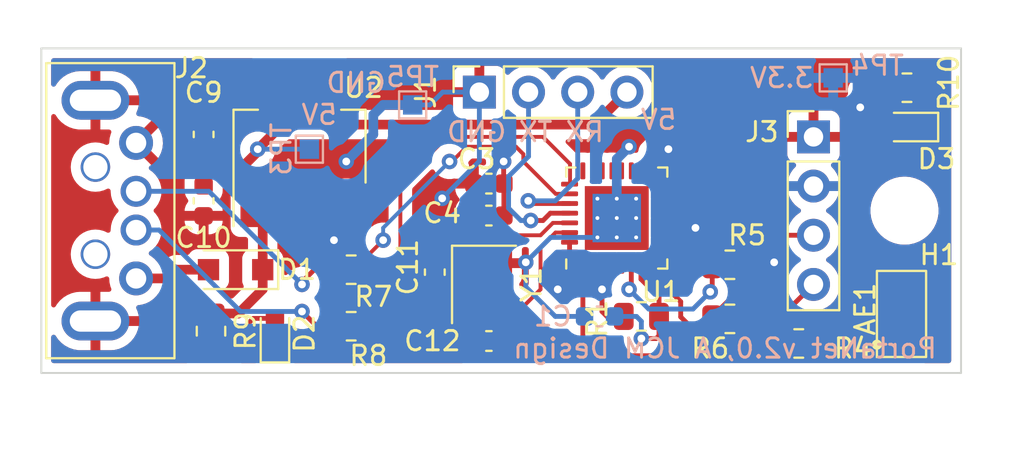
<source format=kicad_pcb>
(kicad_pcb (version 20211014) (generator pcbnew)
  (layers (0 "F.Cu" signal) (31 "B.Cu" signal) (34 "B.Paste" user) (35 "F.Paste" user) (36 "B.SilkS" user "B.Silkscreen") (37 "F.SilkS" user "F.Silkscreen") (38 "B.Mask" user) (39 "F.Mask" user) (44 "Edge.Cuts" user))
  (net 0 "")
  (net 1 "ANT")
  (net 3 "3V3")
  (net 4 "GND")
  (net 5 "5V")
  (net 6 "XTAL_N")
  (net 7 "XTAL_P")
  (net 8 "Net-(D1-Pad2)")
  (net 9 "Net-(D2-Pad2)")
  (net 10 "Net-(D3-Pad2)")
  (net 11 "Net-(J1-Pad2)")
  (net 12 "Net-(J1-Pad3)")
  (net 13 "Net-(J2-Pad2)")
  (net 14 "Net-(J2-Pad3)")
  (net 15 "I2C_SCL")
  (net 16 "I2C_SDA")
  (net 17 "Net-(R1-Pad1)")
  (net 18 "USB_DP")
  (net 19 "USB_DN")
  (net 20 "Net-(R4-Pad2)")
  (footprint "LED_SMD:LED_0603_1608Metric" (layer "F.Cu") (at 166.497 66.802 180)
    (fp_text reference "D3" (at -1.397 -1.651) (layer "F.SilkS"))
    (fp_text value "L196L-QYC-TR")
    (fp_line (start 0.8 -0.735) (end -1.485 -0.735) (layer "F.SilkS") (width 0.12))
    (fp_line (start -1.485 0.735) (end 0.8 0.735) (layer "F.SilkS") (width 0.12))
    (fp_line (start -1.485 -0.735) (end -1.485 0.735) (layer "F.SilkS") (width 0.12))
    (pad "1" smd roundrect (at -0.7875 0 180) (size 0.875 0.95) (layers "F.Cu" "F.Paste" "F.Mask") (net 4 "GND"))
    (pad "2" smd roundrect (at 0.7875 0 180) (size 0.875 0.95) (layers "F.Cu" "F.Paste" "F.Mask") (net 10 "Net-(D3-Pad2)"))
  )
  (footprint "JoesFootprints:ANT3216LL00R2400A" (layer "F.Cu") (at 166.089 78.0415 90)
    (fp_text reference "AE1" (at 1.8415 -1.878 90 unlocked) (layer "F.SilkS"))
    (fp_text value "ANT3216LL00R2400A")
    (fp_rect (start -0.635 -1.27) (end 3.81 1.27) (layer "F.SilkS") (width 0.12) (fill none))
    (fp_circle (center 0 -1.27) (end 0.2 -1.27) (layer "F.SilkS") (width 0.12) (fill solid))
    (pad "1" smd roundrect (at 0 0 180) (size 1.75 0.75) (layers "F.Cu" "F.Paste" "F.Mask") (net 1 "ANT"))
    (pad "2" smd roundrect (at 3.2 0 180) (size 1.75 0.75) (layers "F.Cu" "F.Paste" "F.Mask"))
  )
  (footprint "MountingHole:MountingHole_2.5mm" (layer "F.Cu") (at 166.243 71.12)
    (fp_text reference "H1" (at 1.778 2.286) (layer "F.SilkS"))
    (fp_text value "MountingHole")
    (pad "" np_thru_hole circle (at 0 0) (size 2.5 2.5) (drill 2.5) (layers *.Cu *.Mask))
  )
  (footprint "Resistor_SMD:R_0805_2012Metric" (layer "F.Cu") (at 137.668 74.168)
    (fp_text reference "R7" (at 1.143 1.397) (layer "F.SilkS"))
    (fp_text value "22")
    (fp_line (start -0.227064 -0.735) (end 0.227064 -0.735) (layer "F.SilkS") (width 0.12))
    (fp_line (start -0.227064 0.735) (end 0.227064 0.735) (layer "F.SilkS") (width 0.12))
    (pad "1" smd roundrect (at -0.9125 0) (size 1.025 1.4) (layers "F.Cu" "F.Paste" "F.Mask") (roundrect_rratio 0.243902439) (net 14 "Net-(J2-Pad3)"))
    (pad "2" smd roundrect (at 0.9125 0) (size 1.025 1.4) (layers "F.Cu" "F.Paste" "F.Mask") (roundrect_rratio 0.243902439) (net 18 "USB_DP"))
  )
  (footprint "Capacitor_SMD:C_0603_1608Metric" (layer "F.Cu") (at 144.78 71.374 180)
    (fp_text reference "C4" (at 2.413 0.127) (layer "F.SilkS"))
    (fp_text value "10uF")
    (fp_line (start -0.14058 0.51) (end 0.14058 0.51) (layer "F.SilkS") (width 0.12))
    (fp_line (start -0.14058 -0.51) (end 0.14058 -0.51) (layer "F.SilkS") (width 0.12))
    (pad "1" smd roundrect (at -0.775 0 180) (size 0.9 0.95) (layers "F.Cu" "F.Paste" "F.Mask") (net 3 "3V3"))
    (pad "2" smd roundrect (at 0.775 0 180) (size 0.9 0.95) (layers "F.Cu" "F.Paste" "F.Mask") (net 4 "GND"))
  )
  (footprint "JoesFootprints:Molex_0480370001" (layer "F.Cu") (at 124.46 71.12 -90)
    (fp_text reference "J2" (at -7.366 -4.953 unlocked) (layer "F.SilkS"))
    (fp_text value "Molex 0480370001")
    (fp_line (start -7.62 -4.08) (end -7.62 2.54) (layer "F.SilkS") (width 0.12))
    (fp_line (start 7.62 -4.08) (end -7.62 -4.08) (layer "F.SilkS") (width 0.12))
    (fp_line (start 7.62 2.54) (end 7.62 -4.08) (layer "F.SilkS") (width 0.12))
    (fp_line (start -7.62 2.54) (end 7.62 2.54) (layer "F.SilkS") (width 0.12))
    (pad "" np_thru_hole circle (at -2.25 0 270) (size 1.524 1.524) (drill 1.25) (layers F&B.Cu *.Mask))
    (pad "" np_thru_hole circle (at 2.25 0 270) (size 1.524 1.524) (drill 1.25) (layers F&B.Cu *.Mask))
    (pad "1" thru_hole circle (at 3.5 -2.1 270) (size 1.75 1.75) (drill 1.05) (layers *.Cu *.Mask) (net 8 "Net-(D1-Pad2)"))
    (pad "2" thru_hole circle (at 1 -2.1 270) (size 1.6 1.6) (drill 1.05) (layers *.Cu *.Mask) (net 13 "Net-(J2-Pad2)"))
    (pad "3" thru_hole circle (at -1 -2.1 270) (size 1.6 1.6) (drill 1.05) (layers *.Cu *.Mask) (net 14 "Net-(J2-Pad3)"))
    (pad "4" thru_hole circle (at -3.5 -2.1 270) (size 1.75 1.75) (drill 1.05) (layers *.Cu *.Mask) (net 4 "GND"))
    (pad "5" thru_hole oval (at 5.7 0 270) (size 2 3.5) (drill oval 1.1 2.65) (layers *.Cu *.Mask) (net 4 "GND"))
    (pad "5" thru_hole oval (at -5.7 0 270) (size 2 3.5) (drill oval 1.1 2.65) (layers *.Cu *.Mask) (net 4 "GND"))
  )
  (footprint "Resistor_SMD:R_0805_2012Metric" (layer "F.Cu") (at 137.668 77.089)
    (fp_text reference "R8" (at 0.889 1.524) (layer "F.SilkS"))
    (fp_text value "22")
    (fp_line (start -0.227064 0.735) (end 0.227064 0.735) (layer "F.SilkS") (width 0.12))
    (fp_line (start -0.227064 -0.735) (end 0.227064 -0.735) (layer "F.SilkS") (width 0.12))
    (pad "1" smd roundrect (at -0.9125 0) (size 1.025 1.4) (layers "F.Cu" "F.Paste" "F.Mask") (roundrect_rratio 0.243902439) (net 13 "Net-(J2-Pad2)"))
    (pad "2" smd roundrect (at 0.9125 0) (size 1.025 1.4) (layers "F.Cu" "F.Paste" "F.Mask") (roundrect_rratio 0.243902439) (net 19 "USB_DN"))
  )
  (footprint "Capacitor_SMD:C_0603_1608Metric" (layer "F.Cu") (at 144.78 69.723 180)
    (fp_text reference "C3" (at 0.635 1.27) (layer "F.SilkS"))
    (fp_text value "0.1uF")
    (fp_line (start -0.14058 -0.51) (end 0.14058 -0.51) (layer "F.SilkS") (width 0.12))
    (fp_line (start -0.14058 0.51) (end 0.14058 0.51) (layer "F.SilkS") (width 0.12))
    (pad "1" smd roundrect (at -0.775 0 180) (size 0.9 0.95) (layers "F.Cu" "F.Paste" "F.Mask") (net 3 "3V3"))
    (pad "2" smd roundrect (at 0.775 0 180) (size 0.9 0.95) (layers "F.Cu" "F.Paste" "F.Mask") (net 4 "GND"))
  )
  (footprint "Resistor_SMD:R_0805_2012Metric" (layer "F.Cu") (at 166.37 64.77 180)
    (fp_text reference "R10" (at -2.159 0.254 90) (layer "F.SilkS"))
    (fp_text value "1k")
    (fp_line (start -0.227064 -0.735) (end 0.227064 -0.735) (layer "F.SilkS") (width 0.12))
    (fp_line (start -0.227064 0.735) (end 0.227064 0.735) (layer "F.SilkS") (width 0.12))
    (pad "1" smd roundrect (at -0.9125 0 180) (size 1.025 1.4) (layers "F.Cu" "F.Paste" "F.Mask") (roundrect_rratio 0.243902439) (net 10 "Net-(D3-Pad2)"))
    (pad "2" smd roundrect (at 0.9125 0 180) (size 1.025 1.4) (layers "F.Cu" "F.Paste" "F.Mask") (roundrect_rratio 0.243902439) (net 3 "3V3"))
  )
  (footprint "Resistor_SMD:R_0805_2012Metric" (layer "F.Cu") (at 160.782 77.978 180)
    (fp_text reference "R4" (at -2.794 -0.254) (layer "F.SilkS"))
    (fp_text value "0")
    (fp_line (start -0.227064 -0.735) (end 0.227064 -0.735) (layer "F.SilkS") (width 0.12))
    (fp_line (start -0.227064 0.735) (end 0.227064 0.735) (layer "F.SilkS") (width 0.12))
    (pad "1" smd roundrect (at -0.9125 0 180) (size 1.025 1.4) (layers "F.Cu" "F.Paste" "F.Mask") (roundrect_rratio 0.243902439) (net 1 "ANT"))
    (pad "2" smd roundrect (at 0.9125 0 180) (size 1.025 1.4) (layers "F.Cu" "F.Paste" "F.Mask") (roundrect_rratio 0.243902439) (net 20 "Net-(R4-Pad2)"))
  )
  (footprint "Package_DFN_QFN:QFN-32-1EP_5x5mm_P0.5mm_EP3.3x3.3mm_ThermalVias" (layer "F.Cu") (at 151.384 71.501 90)
    (fp_text reference "U1" (at -3.81 2.286 180) (layer "F.SilkS"))
    (fp_text value "ESP32-C3")
    (fp_line (start 2.61 -2.61) (end 2.61 -2.135) (layer "F.SilkS") (width 0.12))
    (fp_line (start -2.135 -2.61) (end -2.61 -2.61) (layer "F.SilkS") (width 0.12))
    (fp_line (start 2.135 2.61) (end 2.61 2.61) (layer "F.SilkS") (width 0.12))
    (fp_line (start 2.61 2.61) (end 2.61 2.135) (layer "F.SilkS") (width 0.12))
    (fp_line (start -2.135 2.61) (end -2.61 2.61) (layer "F.SilkS") (width 0.12))
    (fp_line (start -2.61 2.61) (end -2.61 2.135) (layer "F.SilkS") (width 0.12))
    (fp_line (start 2.135 -2.61) (end 2.61 -2.61) (layer "F.SilkS") (width 0.12))
    (pad "1" smd roundrect (at -2.4375 -1.75 90) (size 0.875 0.25) (layers "F.Cu" "F.Paste" "F.Mask") (net 20 "Net-(R4-Pad2)"))
    (pad "2" smd roundrect (at -2.4375 -1.25 90) (size 0.875 0.25) (layers "F.Cu" "F.Paste" "F.Mask") (net 3 "3V3"))
    (pad "3" smd roundrect (at -2.4375 -0.75 90) (size 0.875 0.25) (layers "F.Cu" "F.Paste" "F.Mask") (net 3 "3V3"))
    (pad "4" smd roundrect (at -2.4375 -0.25 90) (size 0.875 0.25) (layers "F.Cu" "F.Paste" "F.Mask"))
    (pad "5" smd roundrect (at -2.4375 0.25 90) (size 0.875 0.25) (layers "F.Cu" "F.Paste" "F.Mask"))
    (pad "6" smd roundrect (at -2.4375 0.75 90) (size 0.875 0.25) (layers "F.Cu" "F.Paste" "F.Mask") (net 15 "I2C_SCL"))
    (pad "7" smd roundrect (at -2.4375 1.25 90) (size 0.875 0.25) (layers "F.Cu" "F.Paste" "F.Mask") (net 17 "Net-(R1-Pad1)"))
    (pad "8" smd roundrect (at -2.4375 1.75 90) (size 0.875 0.25) (layers "F.Cu" "F.Paste" "F.Mask") (net 16 "I2C_SDA"))
    (pad "9" smd roundrect (at -1.75 2.4375 90) (size 0.25 0.875) (layers "F.Cu" "F.Paste" "F.Mask"))
    (pad "10" smd roundrect (at -1.25 2.4375 90) (size 0.25 0.875) (layers "F.Cu" "F.Paste" "F.Mask"))
    (pad "11" smd roundrect (at -0.75 2.4375 90) (size 0.25 0.875) (layers "F.Cu" "F.Paste" "F.Mask") (net 3 "3V3"))
    (pad "12" smd roundrect (at -0.25 2.4375 90) (size 0.25 0.875) (layers "F.Cu" "F.Paste" "F.Mask"))
    (pad "13" smd roundrect (at 0.25 2.4375 90) (size 0.25 0.875) (layers "F.Cu" "F.Paste" "F.Mask"))
    (pad "14" smd roundrect (at 0.75 2.4375 90) (size 0.25 0.875) (layers "F.Cu" "F.Paste" "F.Mask"))
    (pad "15" smd roundrect (at 1.25 2.4375 90) (size 0.25 0.875) (layers "F.Cu" "F.Paste" "F.Mask"))
    (pad "16" smd roundrect (at 1.75 2.4375 90) (size 0.25 0.875) (layers "F.Cu" "F.Paste" "F.Mask"))
    (pad "17" smd roundrect (at 2.4375 1.75 90) (size 0.875 0.25) (layers "F.Cu" "F.Paste" "F.Mask") (net 3 "3V3"))
    (pad "18" smd roundrect (at 2.4375 1.25 90) (size 0.875 0.25) (layers "F.Cu" "F.Paste" "F.Mask"))
    (pad "19" smd roundrect (at 2.4375 0.75 90) (size 0.875 0.25) (layers "F.Cu" "F.Paste" "F.Mask"))
    (pad "20" smd roundrect (at 2.4375 0.25 90) (size 0.875 0.25) (layers "F.Cu" "F.Paste" "F.Mask"))
    (pad "21" smd roundrect (at 2.4375 -0.25 90) (size 0.875 0.25) (layers "F.Cu" "F.Paste" "F.Mask"))
    (pad "22" smd roundrect (at 2.4375 -0.75 90) (size 0.875 0.25) (layers "F.Cu" "F.Paste" "F.Mask"))
    (pad "23" smd roundrect (at 2.4375 -1.25 90) (size 0.875 0.25) (layers "F.Cu" "F.Paste" "F.Mask"))
    (pad "24" smd roundrect (at 2.4375 -1.75 90) (size 0.875 0.25) (layers "F.Cu" "F.Paste" "F.Mask"))
    (pad "25" smd roundrect (at 1.75 -2.4375 90) (size 0.25 0.875) (layers "F.Cu" "F.Paste" "F.Mask") (net 19 "USB_DN"))
    (pad "26" smd roundrect (at 1.25 -2.4375 90) (size 0.25 0.875) (layers "F.Cu" "F.Paste" "F.Mask") (net 18 "USB_DP"))
    (pad "27" smd roundrect (at 0.75 -2.4375 90) (size 0.25 0.875) (layers "F.Cu" "F.Paste" "F.Mask") (net 12 "Net-(J1-Pad3)"))
    (pad "28" smd roundrect (at 0.25 -2.4375 90) (size 0.25 0.875) (layers "F.Cu" "F.Paste" "F.Mask") (net 11 "Net-(J1-Pad2)"))
    (pad "29" smd roundrect (at -0.25 -2.4375 90) (size 0.25 0.875) (layers "F.Cu" "F.Paste" "F.Mask") (net 6 "XTAL_N"))
    (pad "30" smd roundrect (at -0.75 -2.4375 90) (size 0.25 0.875) (layers "F.Cu" "F.Paste" "F.Mask") (net 7 "XTAL_P"))
    (pad "31" smd roundrect (at -1.25 -2.4375 90) (size 0.25 0.875) (layers "F.Cu" "F.Paste" "F.Mask") (net 3 "3V3"))
    (pad "32" smd roundrect (at -1.75 -2.4375 90) (size 0.25 0.875) (layers "F.Cu" "F.Paste" "F.Mask") (net 3 "3V3"))
    (pad "33" thru_hole circle (at 0 1 90) (size 0.5 0.5) (drill 0.2) (layers *.Cu) (net 4 "GND"))
    (pad "33" thru_hole circle (at -1 -1 90) (size 0.5 0.5) (drill 0.2) (layers *.Cu) (net 4 "GND"))
    (pad "33" thru_hole circle (at 1 0 90) (size 0.5 0.5) (drill 0.2) (layers *.Cu) (net 4 "GND"))
    (pad "33" thru_hole circle (at 1 1 90) (size 0.5 0.5) (drill 0.2) (layers *.Cu) (net 4 "GND"))
    (pad "33" thru_hole circle (at 0 0 90) (size 0.5 0.5) (drill 0.2) (layers *.Cu) (net 4 "GND"))
    (pad "33" smd rect (at 0 0 90) (size 3.3 3.3) (layers "F.Cu" "F.Mask") (net 4 "GND"))
    (pad "33" thru_hole circle (at -1 1 90) (size 0.5 0.5) (drill 0.2) (layers *.Cu) (net 4 "GND"))
    (pad "33" smd rect (at 0 0 90) (size 2.5 2.5) (layers "B.Cu") (net 4 "GND"))
    (pad "33" thru_hole circle (at -1 0 90) (size 0.5 0.5) (drill 0.2) (layers *.Cu) (net 4 "GND"))
    (pad "33" thru_hole circle (at 1 -1 90) (size 0.5 0.5) (drill 0.2) (layers *.Cu) (net 4 "GND"))
    (pad "33" thru_hole circle (at 0 -1 90) (size 0.5 0.5) (drill 0.2) (layers *.Cu) (net 4 "GND"))
  )
  (footprint "Capacitor_SMD:C_0603_1608Metric" (layer "F.Cu") (at 130.048 70.612 -90)
    (fp_text reference "C10" (at 1.905 0 180) (layer "F.SilkS"))
    (fp_text value "10uF")
    (fp_line (start -0.14058 -0.51) (end 0.14058 -0.51) (layer "F.SilkS") (width 0.12))
    (fp_line (start -0.14058 0.51) (end 0.14058 0.51) (layer "F.SilkS") (width 0.12))
    (pad "1" smd roundrect (at -0.775 0 270) (size 0.9 0.95) (layers "F.Cu" "F.Paste" "F.Mask") (net 5 "5V"))
    (pad "2" smd roundrect (at 0.775 0 270) (size 0.9 0.95) (layers "F.Cu" "F.Paste" "F.Mask") (net 4 "GND"))
  )
  (footprint "Resistor_SMD:R_0805_2012Metric" (layer "F.Cu") (at 157.226 73.914)
    (fp_text reference "R5" (at 0.889 -1.524) (layer "F.SilkS"))
    (fp_text value "4.7k")
    (fp_line (start -0.227064 0.735) (end 0.227064 0.735) (layer "F.SilkS") (width 0.12))
    (fp_line (start -0.227064 -0.735) (end 0.227064 -0.735) (layer "F.SilkS") (width 0.12))
    (pad "1" smd roundrect (at -0.9125 0) (size 1.025 1.4) (layers "F.Cu" "F.Paste" "F.Mask") (roundrect_rratio 0.243902439) (net 15 "I2C_SCL"))
    (pad "2" smd roundrect (at 0.9125 0) (size 1.025 1.4) (layers "F.Cu" "F.Paste" "F.Mask") (roundrect_rratio 0.243902439) (net 3 "3V3"))
  )
  (footprint "LED_SMD:LED_0603_1608Metric" (layer "F.Cu") (at 133.731 77.47 90)
    (fp_text reference "D2" (at 0 1.524 90) (layer "F.SilkS"))
    (fp_text value "L196L-UEC-TR")
    (fp_line (start 0.8 -0.735) (end -1.485 -0.735) (layer "F.SilkS") (width 0.12))
    (fp_line (start -1.485 0.735) (end 0.8 0.735) (layer "F.SilkS") (width 0.12))
    (fp_line (start -1.485 -0.735) (end -1.485 0.735) (layer "F.SilkS") (width 0.12))
    (pad "1" smd roundrect (at -0.7875 0 90) (size 0.875 0.95) (layers "F.Cu" "F.Paste" "F.Mask") (net 4 "GND"))
    (pad "2" smd roundrect (at 0.7875 0 90) (size 0.875 0.95) (layers "F.Cu" "F.Paste" "F.Mask") (net 9 "Net-(D2-Pad2)"))
  )
  (footprint "Connector_PinSocket_2.54mm:PinSocket_1x04_P2.54mm_Vertical" (layer "F.Cu") (at 144.287 64.999 90)
    (fp_text reference "J1" (at 0 -2.77 90) (layer "F.SilkS"))
    (fp_text value "UART")
    (fp_line (start -1.33 1.27) (end 1.33 1.27) (layer "F.SilkS") (width 0.12))
    (fp_line (start 1.33 1.27) (end 1.33 8.95) (layer "F.SilkS") (width 0.12))
    (fp_line (start 0 -1.33) (end 1.33 -1.33) (layer "F.SilkS") (width 0.12))
    (fp_line (start 1.33 -1.33) (end 1.33 0) (layer "F.SilkS") (width 0.12))
    (fp_line (start -1.33 1.27) (end -1.33 8.95) (layer "F.SilkS") (width 0.12))
    (fp_line (start -1.33 8.95) (end 1.33 8.95) (layer "F.SilkS") (width 0.12))
    (pad "1" thru_hole rect (at 0 0 90) (size 1.7 1.7) (drill 1) (layers *.Cu *.Mask) (net 4 "GND"))
    (pad "2" thru_hole oval (at 0 2.54 90) (size 1.7 1.7) (drill 1) (layers *.Cu *.Mask) (net 11 "Net-(J1-Pad2)"))
    (pad "3" thru_hole oval (at 0 5.08 90) (size 1.7 1.7) (drill 1) (layers *.Cu *.Mask) (net 12 "Net-(J1-Pad3)"))
    (pad "4" thru_hole oval (at 0 7.62 90) (size 1.7 1.7) (drill 1) (layers *.Cu *.Mask) (net 5 "5V"))
  )
  (footprint "Package_TO_SOT_SMD:SOT-223-3_TabPin2" (layer "F.Cu") (at 135.001 67.818 90)
    (fp_text reference "U2" (at 3.048 3.302 180) (layer "F.SilkS"))
    (fp_text value "AP2114HA-3.3TRG1")
    (fp_line (start -1.85 3.41) (end 1.91 3.41) (layer "F.SilkS") (width 0.12))
    (fp_line (start 1.91 -3.41) (end 1.91 -2.15) (layer "F.SilkS") (width 0.12))
    (fp_line (start 1.91 3.41) (end 1.91 2.15) (layer "F.SilkS") (width 0.12))
    (fp_line (start -4.1 -3.41) (end 1.91 -3.41) (layer "F.SilkS") (width 0.12))
    (pad "1" smd rect (at -3.15 -2.3 90) (size 2 1.5) (layers "F.Cu" "F.Paste" "F.Mask") (net 5 "5V"))
    (pad "2" smd rect (at -3.15 0 90) (size 2 1.5) (layers "F.Cu" "F.Paste" "F.Mask") (net 4 "GND"))
    (pad "2" smd rect (at 3.15 0 90) (size 2 3.8) (layers "F.Cu" "F.Paste" "F.Mask") (net 4 "GND"))
    (pad "3" smd rect (at -3.15 2.3 90) (size 2 1.5) (layers "F.Cu" "F.Paste" "F.Mask") (net 3 "3V3"))
  )
  (footprint "Resistor_SMD:R_0805_2012Metric" (layer "F.Cu") (at 157.226 76.708 180)
    (fp_text reference "R6" (at 1.016 -1.524 180) (layer "F.SilkS"))
    (fp_text value "4.7k")
    (fp_line (start -0.227064 -0.735) (end 0.227064 -0.735) (layer "F.SilkS") (width 0.12))
    (fp_line (start -0.227064 0.735) (end 0.227064 0.735) (layer "F.SilkS") (width 0.12))
    (pad "1" smd roundrect (at -0.9125 0 180) (size 1.025 1.4) (layers "F.Cu" "F.Paste" "F.Mask") (roundrect_rratio 0.243902439) (net 16 "I2C_SDA"))
    (pad "2" smd roundrect (at 0.9125 0 180) (size 1.025 1.4) (layers "F.Cu" "F.Paste" "F.Mask") (roundrect_rratio 0.243902439) (net 3 "3V3"))
  )
  (footprint "Crystal:Crystal_SMD_3225-4Pin_3.2x2.5mm" (layer "F.Cu") (at 144.526 74.93 -90)
    (fp_text reference "Y1" (at 0 -2.45 90) (layer "F.SilkS"))
    (fp_text value "FL400WFQA1")
    (fp_line (start -2 -1.65) (end -2 1.65) (layer "F.SilkS") (width 0.12))
    (fp_line (start -2 1.65) (end 2 1.65) (layer "F.SilkS") (width 0.12))
    (pad "1" smd rect (at -1.1 0.85 270) (size 1.4 1.2) (layers "F.Cu" "F.Paste" "F.Mask") (net 6 "XTAL_N"))
    (pad "2" smd rect (at 1.1 0.85 270) (size 1.4 1.2) (layers "F.Cu" "F.Paste" "F.Mask") (net 4 "GND"))
    (pad "3" smd rect (at 1.1 -0.85 270) (size 1.4 1.2) (layers "F.Cu" "F.Paste" "F.Mask") (net 7 "XTAL_P"))
    (pad "4" smd rect (at -1.1 -0.85 270) (size 1.4 1.2) (layers "F.Cu" "F.Paste" "F.Mask") (net 4 "GND"))
  )
  (footprint "Capacitor_SMD:C_0603_1608Metric" (layer "F.Cu") (at 144.78 77.851 180)
    (fp_text reference "C12" (at 2.921 0 180) (layer "F.SilkS"))
    (fp_text value "7pF")
    (fp_line (start -0.14058 -0.51) (end 0.14058 -0.51) (layer "F.SilkS") (width 0.12))
    (fp_line (start -0.14058 0.51) (end 0.14058 0.51) (layer "F.SilkS") (width 0.12))
    (pad "1" smd roundrect (at -0.775 0 180) (size 0.9 0.95) (layers "F.Cu" "F.Paste" "F.Mask") (net 7 "XTAL_P"))
    (pad "2" smd roundrect (at 0.775 0 180) (size 0.9 0.95) (layers "F.Cu" "F.Paste" "F.Mask") (net 4 "GND"))
  )
  (footprint "JoesFootprints:OLED_0.91in_i2c" (layer "F.Cu") (at 161.544 67.31)
    (fp_text reference "J3" (at -2.667 -0.254) (layer "F.SilkS"))
    (fp_text value "OLED_PINS")
    (fp_line (start -1.33 8.95) (end 1.33 8.95) (layer "F.SilkS") (width 0.12))
    (fp_line (start -1.33 1.27) (end -1.33 8.95) (layer "F.SilkS") (width 0.12))
    (fp_line (start 1.33 1.27) (end 1.33 8.95) (layer "F.SilkS") (width 0.12))
    (fp_line (start -1.33 1.27) (end 1.33 1.27) (layer "F.SilkS") (width 0.12))
    (fp_line (start -1.33 0) (end -1.33 -1.33) (layer "F.SilkS") (width 0.12))
    (fp_line (start -1.33 -1.33) (end 0 -1.33) (layer "F.SilkS") (width 0.12))
    (pad "1" thru_hole rect (at 0 0) (size 1.7 1.7) (drill 1) (layers *.Cu *.Mask) (net 4 "GND"))
    (pad "2" thru_hole oval (at 0 2.54) (size 1.7 1.7) (drill 1) (layers *.Cu *.Mask) (net 3 "3V3"))
    (pad "3" thru_hole oval (at 0 5.08) (size 1.7 1.7) (drill 1) (layers *.Cu *.Mask) (net 15 "I2C_SCL"))
    (pad "4" thru_hole oval (at 0 7.62) (size 1.7 1.7) (drill 1) (layers *.Cu *.Mask) (net 16 "I2C_SDA"))
  )
  (footprint "Resistor_SMD:R_0805_2012Metric" (layer "F.Cu") (at 130.429 77.343 90)
    (fp_text reference "R9" (at 0 1.778 90) (layer "F.SilkS"))
    (fp_text value "1k")
    (fp_line (start -0.227064 0.735) (end 0.227064 0.735) (layer "F.SilkS") (width 0.12))
    (fp_line (start -0.227064 -0.735) (end 0.227064 -0.735) (layer "F.SilkS") (width 0.12))
    (pad "1" smd roundrect (at -0.9125 0 90) (size 1.025 1.4) (layers "F.Cu" "F.Paste" "F.Mask") (roundrect_rratio 0.243902439) (net 9 "Net-(D2-Pad2)"))
    (pad "2" smd roundrect (at 0.9125 0 90) (size 1.025 1.4) (layers "F.Cu" "F.Paste" "F.Mask") (roundrect_rratio 0.243902439) (net 5 "5V"))
  )
  (footprint "Capacitor_SMD:C_0603_1608Metric" (layer "F.Cu") (at 141.986 74.295 -90)
    (fp_text reference "C11" (at -0.254 1.397 90) (layer "F.SilkS"))
    (fp_text value "7pF")
    (fp_line (start -0.14058 0.51) (end 0.14058 0.51) (layer "F.SilkS") (width 0.12))
    (fp_line (start -0.14058 -0.51) (end 0.14058 -0.51) (layer "F.SilkS") (width 0.12))
    (pad "1" smd roundrect (at -0.775 0 270) (size 0.9 0.95) (layers "F.Cu" "F.Paste" "F.Mask") (net 6 "XTAL_N"))
    (pad "2" smd roundrect (at 0.775 0 270) (size 0.9 0.95) (layers "F.Cu" "F.Paste" "F.Mask") (net 4 "GND"))
  )
  (footprint "Capacitor_SMD:C_0603_1608Metric" (layer "F.Cu") (at 130.048 67.183 90)
    (fp_text reference "C9" (at 2.159 0 180) (layer "F.SilkS"))
    (fp_text value ".1uF")
    (fp_line (start -0.14058 -0.51) (end 0.14058 -0.51) (layer "F.SilkS") (width 0.12))
    (fp_line (start -0.14058 0.51) (end 0.14058 0.51) (layer "F.SilkS") (width 0.12))
    (pad "1" smd roundrect (at -0.775 0 90) (size 0.9 0.95) (layers "F.Cu" "F.Paste" "F.Mask") (net 5 "5V"))
    (pad "2" smd roundrect (at 0.775 0 90) (size 0.9 0.95) (layers "F.Cu" "F.Paste" "F.Mask") (net 4 "GND"))
  )
  (footprint "Diode_SMD:D_SOD-123F" (layer "F.Cu") (at 131.699 74.168 180)
    (fp_text reference "D1" (at -3.175 0) (layer "F.SilkS"))
    (fp_text value "DSS13UTR")
    (fp_line (start -2.2 1) (end 1.65 1) (layer "F.SilkS") (width 0.12))
    (fp_line (start -2.2 -1) (end -2.2 1) (layer "F.SilkS") (width 0.12))
    (fp_line (start -2.2 -1) (end 1.65 -1) (layer "F.SilkS") (width 0.12))
    (pad "1" smd rect (at -1.4 0 180) (size 1.1 1.1) (layers "F.Cu" "F.Paste" "F.Mask") (net 5 "5V"))
    (pad "2" smd rect (at 1.4 0 180) (size 1.1 1.1) (layers "F.Cu" "F.Paste" "F.Mask") (net 8 "Net-(D1-Pad2)"))
  )
  (footprint "Resistor_SMD:R_0805_2012Metric" (layer "F.Cu") (at 152.654 76.581 180)
    (fp_text reference "R1" (at 2.286 -0.127 90) (layer "F.SilkS"))
    (fp_text value "10k")
    (fp_line (start -0.227064 -0.735) (end 0.227064 -0.735) (layer "F.SilkS") (width 0.12))
    (fp_line (start -0.227064 0.735) (end 0.227064 0.735) (layer "F.SilkS") (width 0.12))
    (pad "1" smd roundrect (at -0.9125 0 180) (size 1.025 1.4) (layers "F.Cu" "F.Paste" "F.Mask") (roundrect_rratio 0.243902439) (net 17 "Net-(R1-Pad1)"))
    (pad "2" smd roundrect (at 0.9125 0 180) (size 1.025 1.4) (layers "F.Cu" "F.Paste" "F.Mask") (roundrect_rratio 0.243902439) (net 3 "3V3"))
  )
  (footprint "TestPoint:TestPoint_Pad_1.0x1.0mm" (layer "B.Cu") (at 135.509 67.945 -90)
    (fp_text reference "TP3" (at 0 1.448 -270) (layer "B.SilkS") (effects (justify mirror)))
    (fp_text value "TestPoint")
    (fp_line (start 0.7 0.7) (end 0.7 -0.7) (layer "B.SilkS") (width 0.12))
    (fp_line (start -0.7 -0.7) (end -0.7 0.7) (layer "B.SilkS") (width 0.12))
    (fp_line (start 0.7 -0.7) (end -0.7 -0.7) (layer "B.SilkS") (width 0.12))
    (fp_line (start -0.7 0.7) (end 0.7 0.7) (layer "B.SilkS") (width 0.12))
    (pad "1" smd rect (at 0 0 270) (size 1 1) (layers "B.Cu" "B.Mask") (net 5 "5V"))
  )
  (footprint "Capacitor_SMD:C_0603_1608Metric" (layer "B.Cu") (at 150.495 76.581 180)
    (fp_text reference "C1" (at 2.413 0) (layer "B.SilkS") (effects (justify mirror)))
    (fp_text value "1uF")
    (fp_line (start -0.14058 0.51) (end 0.14058 0.51) (layer "B.SilkS") (width 0.12))
    (fp_line (start -0.14058 -0.51) (end 0.14058 -0.51) (layer "B.SilkS") (width 0.12))
    (pad "1" smd roundrect (at -0.775 0 180) (size 0.9 0.95) (layers "B.Cu" "B.Paste" "B.Mask") (net 17 "Net-(R1-Pad1)"))
    (pad "2" smd roundrect (at 0.775 0 180) (size 0.9 0.95) (layers "B.Cu" "B.Paste" "B.Mask") (net 4 "GND"))
  )
  (footprint "TestPoint:TestPoint_Pad_1.0x1.0mm" (layer "B.Cu") (at 162.56 64.262 180)
    (fp_text reference "TP4" (at -2.286 0.635) (layer "B.SilkS") (effects (justify mirror)))
    (fp_text value "TestPoint")
    (fp_line (start -0.7 0.7) (end 0.7 0.7) (layer "B.SilkS") (width 0.12))
    (fp_line (start 0.7 -0.7) (end -0.7 -0.7) (layer "B.SilkS") (width 0.12))
    (fp_line (start 0.7 0.7) (end 0.7 -0.7) (layer "B.SilkS") (width 0.12))
    (fp_line (start -0.7 -0.7) (end -0.7 0.7) (layer "B.SilkS") (width 0.12))
    (pad "1" smd rect (at 0 0 180) (size 1 1) (layers "B.Cu" "B.Mask") (net 3 "3V3"))
  )
  (footprint "TestPoint:TestPoint_Pad_1.0x1.0mm" (layer "B.Cu") (at 140.843 65.659 180)
    (fp_text reference "TP5" (at 0 1.448) (layer "B.SilkS") (effects (justify mirror)))
    (fp_text value "TestPoint")
    (fp_line (start 0.7 0.7) (end 0.7 -0.7) (layer "B.SilkS") (width 0.12))
    (fp_line (start -0.7 -0.7) (end -0.7 0.7) (layer "B.SilkS") (width 0.12))
    (fp_line (start -0.7 0.7) (end 0.7 0.7) (layer "B.SilkS") (width 0.12))
    (fp_line (start 0.7 -0.7) (end -0.7 -0.7) (layer "B.SilkS") (width 0.12))
    (pad "1" smd rect (at 0 0 180) (size 1 1) (layers "B.Cu" "B.Mask") (net 4 "GND"))
  )
  (gr_line (start 121.666 62.738) (end 121.666 79.502) (layer "Edge.Cuts") (width 0.1))
  (gr_line (start 169.164 62.738) (end 169.164 79.502) (layer "Edge.Cuts") (width 0.1))
  (gr_line (start 121.666 62.738) (end 169.164 62.738) (layer "Edge.Cuts") (width 0.1))
  (gr_line (start 121.666 79.502) (end 169.164 79.502) (layer "Edge.Cuts") (width 0.1))
  (gr_text "GND" (at 137.922 64.516) (layer "B.SilkS") (effects (font (size 1 1)) (justify mirror)))
  (gr_text "GND" (at 144.145 67.056) (layer "B.SilkS") (effects (font (size 1 1)) (justify mirror)))
  (gr_text "TX" (at 147.193 67.056) (layer "B.SilkS") (effects (font (size 1 1)) (justify mirror)))
  (gr_text "5V" (at 153.543 66.421) (layer "B.SilkS") (effects (font (size 1 1)) (justify mirror)))
  (gr_text "5V" (at 136.017 66.167) (layer "B.SilkS") (effects (font (size 1 1)) (justify mirror)))
  (gr_text "3.3V" (at 159.893 64.262) (layer "B.SilkS") (effects (font (size 1 1)) (justify mirror)))
  (gr_text "PortaNet v2.0, A JCM Design" (at 156.972 78.232) (layer "B.SilkS") (effects (font (size 1 1)) (justify mirror)))
  (gr_text "RX" (at 149.733 67.056) (layer "B.SilkS") (effects (font (size 1 1)) (justify mirror)))
  (segment (start 166.0255 77.978) (end 166.089 78.0415) (width 0.25) (layer "F.Cu") (net 1))
  (segment (start 161.6945 77.978) (end 166.0255 77.978) (width 0.25) (layer "F.Cu") (net 1))
  (segment (start 145.555 69.723) (end 145.555 71.374) (width 0.25) (layer "F.Cu") (net 3))
  (segment (start 154.813 72.009) (end 155.448 72.009) (width 0.25) (layer "F.Cu") (net 3))
  (segment (start 148.9465 73.251) (end 148.9465 74.5735) (width 0.25) (layer "F.Cu") (net 3))
  (segment (start 158.1385 74.7795) (end 158.1385 73.914) (width 0.25) (layer "F.Cu") (net 3))
  (segment (start 145.542 69.71) (end 145.555 69.723) (width 0.25) (layer "F.Cu") (net 3))
  (segment (start 145.542 68.58) (end 145.542 69.71) (width 0.25) (layer "F.Cu") (net 3))
  (segment (start 151.7415 76.581) (end 150.876 76.581) (width 0.25) (layer "F.Cu") (net 3))
  (segment (start 164.084 64.77) (end 163.957 64.897) (width 0.25) (layer "F.Cu") (net 3))
  (segment (start 156.3135 76.708) (end 156.3135 76.6045) (width 0.25) (layer "F.Cu") (net 3))
  (segment (start 153.134 69.0635) (end 153.134 68.1) (width 0.25) (layer "F.Cu") (net 3))
  (segment (start 156.3135 76.6045) (end 158.1385 74.7795) (width 0.25) (layer "F.Cu") (net 3))
  (segment (start 150.876 76.581) (end 150.622 76.327) (width 0.25) (layer "F.Cu") (net 3))
  (segment (start 148.9465 72.751) (end 148.9465 73.251) (width 0.25) (layer "F.Cu") (net 3))
  (segment (start 159.385 73.914) (end 159.512 73.787) (width 0.25) (layer "F.Cu") (net 3))
  (segment (start 150.622 76.327) (end 150.622 75.184) (width 0.25) (layer "F.Cu") (net 3))
  (segment (start 153.8215 72.251) (end 154.571 72.251) (width 0.25) (layer "F.Cu") (net 3))
  (segment (start 153.134 68.1) (end 153.289 67.945) (width 0.25) (layer "F.Cu") (net 3))
  (segment (start 150.634 73.9385) (end 150.634 75.172) (width 0.25) (layer "F.Cu") (net 3))
  (segment (start 148.9465 74.5735) (end 148.336 75.184) (width 0.25) (layer "F.Cu") (net 3))
  (segment (start 153.289 67.945) (end 154.051 67.945) (width 0.25) (layer "F.Cu") (net 3))
  (segment (start 150.634 75.172) (end 150.622 75.184) (width 0.25) (layer "F.Cu") (net 3))
  (segment (start 150.634 73.9385) (end 150.134 73.9385) (width 0.25) (layer "F.Cu") (net 3))
  (segment (start 136.779 71.49) (end 137.301 70.968) (width 0.5) (layer "F.Cu") (net 3))
  (segment (start 163.957 64.897) (end 163.957 65.786) (width 0.25) (layer "F.Cu") (net 3))
  (segment (start 136.779 72.644) (end 136.779 71.49) (width 0.5) (layer "F.Cu") (net 3))
  (segment (start 158.1385 73.914) (end 159.385 73.914) (width 0.25) (layer "F.Cu") (net 3))
  (segment (start 165.4575 64.77) (end 164.084 64.77) (width 0.25) (layer "F.Cu") (net 3))
  (segment (start 154.571 72.251) (end 154.813 72.009) (width 0.25) (layer "F.Cu") (net 3))
  (via (at 154.051 67.945) (size 0.8) (drill 0.4) (layers "F.Cu" "B.Cu") (net 3))
  (via (at 136.779 72.644) (size 0.8) (drill 0.4) (layers "F.Cu" "B.Cu") (net 3))
  (via (at 148.336 75.184) (size 0.8) (drill 0.4) (layers "F.Cu" "B.Cu") (net 3))
  (via (at 145.542 68.58) (size 0.8) (drill 0.4) (layers "F.Cu" "B.Cu") (net 3))
  (via (at 163.957 65.786) (size 0.8) (drill 0.4) (layers "F.Cu" "B.Cu") (net 3))
  (via (at 159.512 73.787) (size 0.8) (drill 0.4) (layers "F.Cu" "B.Cu") (net 3))
  (via (at 155.448 72.009) (size 0.8) (drill 0.4) (layers "F.Cu" "B.Cu") (net 3))
  (via (at 150.622 75.184) (size 0.8) (drill 0.4) (layers "F.Cu" "B.Cu") (net 3))
  (segment (start 145.376 73.953) (end 144.399 74.93) (width 0.25) (layer "F.Cu") (net 4))
  (segment (start 145.46 73.914) (end 145.376 73.83) (width 0.25) (layer "F.Cu") (net 4))
  (segment (start 144.005 69.723) (end 144.005 71.374) (width 0.25) (layer "F.Cu") (net 4))
  (segment (start 141.986 75.07) (end 141.986 75.692) (width 0.25) (layer "F.Cu") (net 4))
  (segment (start 145.376 73.83) (end 145.376 73.953) (width 0.25) (layer "F.Cu") (net 4))
  (segment (start 145.419 73.787) (end 145.376 73.83) (width 0.25) (layer "F.Cu") (net 4))
  (segment (start 146.685 73.787) (end 145.419 73.787) (width 0.25) (layer "F.Cu") (net 4))
  (segment (start 144.399 74.93) (end 143.764 74.93) (width 0.25) (layer "F.Cu") (net 4))
  (segment (start 143.256 71.374) (end 142.367 70.485) (width 0.25) (layer "F.Cu") (net 4))
  (segment (start 137.414 68.58) (end 135.509 68.58) (width 0.5) (layer "F.Cu") (net 4))
  (segment (start 135.001 69.088) (end 135.001 70.968) (width 0.5) (layer "F.Cu") (net 4))
  (segment (start 141.986 75.692) (end 142.324 76.03) (width 0.25) (layer "F.Cu") (net 4))
  (segment (start 143.764 74.93) (end 143.637 75.057) (width 0.25) (layer "F.Cu") (net 4))
  (segment (start 144.005 77.851) (end 144.005 76.359) (width 0.25) (layer "F.Cu") (net 4))
  (segment (start 144.005 71.374) (end 143.256 71.374) (width 0.25) (layer "F.Cu") (net 4))
  (segment (start 142.324 76.03) (end 143.676 76.03) (width 0.25) (layer "F.Cu") (net 4))
  (segment (start 144.005 76.359) (end 143.676 76.03) (width 0.25) (layer "F.Cu") (net 4))
  (segment (start 143.637 75.991) (end 143.676 76.03) (width 0.25) (layer "F.Cu") (net 4))
  (segment (start 143.637 75.057) (end 143.637 75.991) (width 0.25) (layer "F.Cu") (net 4))
  (segment (start 135.509 68.58) (end 135.001 69.088) (width 0.5) (layer "F.Cu") (net 4))
  (via (at 142.367 70.485) (size 0.8) (drill 0.4) (layers "F.Cu" "B.Cu") (net 4))
  (via (at 137.414 68.58) (size 0.8) (drill 0.4) (layers "F.Cu" "B.Cu") (net 4))
  (via (at 152.019 67.818) (size 0.8) (drill 0.4) (layers "F.Cu" "B.Cu") (net 4))
  (via (at 146.685 73.787) (size 0.8) (drill 0.4) (layers "F.Cu" "B.Cu") (net 4))
  (segment (start 144.287 68.565) (end 144.287 64.999) (width 0.25) (layer "B.Cu") (net 4))
  (segment (start 148.209 76.581) (end 146.685 75.057) (width 0.25) (layer "B.Cu") (net 4))
  (segment (start 142.367 70.485) (end 144.287 68.565) (width 0.25) (layer "B.Cu") (net 4))
  (segment (start 141.732 65.659) (end 142.392 64.999) (width 0.25) (layer "B.Cu") (net 4))
  (segment (start 146.685 75.057) (end 146.685 73.787) (width 0.25) (layer "B.Cu") (net 4))
  (segment (start 151.384 68.453) (end 151.384 70.501) (width 0.5) (layer "B.Cu") (net 4))
  (segment (start 138.811 67.183) (end 138.811 66.167) (width 0.5) (layer "B.Cu") (net 4))
  (segment (start 142.392 64.999) (end 144.287 64.999) (width 0.25) (layer "B.Cu") (net 4))
  (segment (start 149.72 76.581) (end 148.209 76.581) (width 0.25) (layer "B.Cu") (net 4))
  (segment (start 138.811 66.167) (end 139.319 65.659) (width 0.5) (layer "B.Cu") (net 4))
  (segment (start 147.971 72.501) (end 146.685 73.787) (width 0.25) (layer "B.Cu") (net 4))
  (segment (start 137.414 68.58) (end 138.811 67.183) (width 0.5) (layer "B.Cu") (net 4))
  (segment (start 139.319 65.659) (end 140.843 65.659) (width 0.5) (layer "B.Cu") (net 4))
  (segment (start 150.384 72.501) (end 147.971 72.501) (width 0.25) (layer "B.Cu") (net 4))
  (segment (start 152.019 67.818) (end 151.384 68.453) (width 0.5) (layer "B.Cu") (net 4))
  (segment (start 140.843 65.659) (end 141.732 65.659) (width 0.25) (layer "B.Cu") (net 4))
  (segment (start 134.112 66.675) (end 132.842 67.945) (width 0.5) (layer "F.Cu") (net 5))
  (segment (start 133.099 71.366) (end 132.701 70.968) (width 0.5) (layer "F.Cu") (net 5))
  (segment (start 130.429 76.4305) (end 131.8495 76.4305) (width 0.5) (layer "F.Cu") (net 5))
  (segment (start 132.701 70.968) (end 132.701 69.582) (width 0.5) (layer "F.Cu") (net 5))
  (segment (start 133.099 74.168) (end 133.099 71.366) (width 0.5) (layer "F.Cu") (net 5))
  (segment (start 132.0165 68.8975) (end 131.077 67.958) (width 0.5) (layer "F.Cu") (net 5))
  (segment (start 130.048 67.958) (end 130.048 69.837) (width 0.5) (layer "F.Cu") (net 5))
  (segment (start 150.231 66.675) (end 134.112 66.675) (width 0.5) (layer "F.Cu") (net 5))
  (segment (start 131.8495 76.4305) (end 133.099 75.181) (width 0.5) (layer "F.Cu") (net 5))
  (segment (start 151.907 64.999) (end 150.231 66.675) (width 0.5) (layer "F.Cu") (net 5))
  (segment (start 132.701 69.582) (end 132.0165 68.8975) (width 0.5) (layer "F.Cu") (net 5))
  (segment (start 132.842 68.072) (end 132.842 67.945) (width 0.5) (layer "F.Cu") (net 5))
  (segment (start 131.077 67.958) (end 130.048 67.958) (width 0.5) (layer "F.Cu") (net 5))
  (segment (start 132.0165 68.8975) (end 132.842 68.072) (width 0.5) (layer "F.Cu") (net 5))
  (segment (start 133.099 75.181) (end 133.099 74.168) (width 0.5) (layer "F.Cu") (net 5))
  (via (at 132.842 67.945) (size 0.8) (drill 0.4) (layers "F.Cu" "B.Cu") (net 5))
  (segment (start 135.509 67.945) (end 132.842 67.945) (width 0.25) (layer "B.Cu") (net 5))
  (segment (start 147.447 72.39) (end 148.086 71.751) (width 0.2) (layer "F.Cu") (net 6))
  (segment (start 148.086 71.751) (end 148.9465 71.751) (width 0.2) (layer "F.Cu") (net 6))
  (segment (start 143.676 72.986) (end 144.272 72.39) (width 0.2) (layer "F.Cu") (net 6))
  (segment (start 144.272 72.39) (end 147.447 72.39) (width 0.2) (layer "F.Cu") (net 6))
  (segment (start 143.676 73.83) (end 143.676 72.986) (width 0.2) (layer "F.Cu") (net 6))
  (segment (start 143.366 73.52) (end 143.676 73.83) (width 0.2) (layer "F.Cu") (net 6))
  (segment (start 141.986 73.52) (end 143.366 73.52) (width 0.2) (layer "F.Cu") (net 6))
  (segment (start 148.221 72.251) (end 148.9465 72.251) (width 0.2) (layer "F.Cu") (net 7))
  (segment (start 146.601 76.03) (end 147.447 75.184) (width 0.2) (layer "F.Cu") (net 7))
  (segment (start 145.376 77.672) (end 145.555 77.851) (width 0.2) (layer "F.Cu") (net 7))
  (segment (start 147.447 73.025) (end 148.221 72.251) (width 0.2) (layer "F.Cu") (net 7))
  (segment (start 145.376 76.03) (end 146.601 76.03) (width 0.2) (layer "F.Cu") (net 7))
  (segment (start 147.447 75.184) (end 147.447 73.025) (width 0.2) (layer "F.Cu") (net 7))
  (segment (start 145.376 76.03) (end 145.376 77.672) (width 0.2) (layer "F.Cu") (net 7))
  (segment (start 128.199 74.62) (end 128.651 74.168) (width 0.5) (layer "F.Cu") (net 8))
  (segment (start 126.56 74.62) (end 128.199 74.62) (width 0.5) (layer "F.Cu") (net 8))
  (segment (start 128.651 74.168) (end 130.299 74.168) (width 0.5) (layer "F.Cu") (net 8))
  (segment (start 132.334 77.47) (end 132.334 76.962) (width 0.25) (layer "F.Cu") (net 9))
  (segment (start 131.5485 78.2555) (end 132.334 77.47) (width 0.25) (layer "F.Cu") (net 9))
  (segment (start 130.429 78.2555) (end 131.5485 78.2555) (width 0.25) (layer "F.Cu") (net 9))
  (segment (start 132.6135 76.6825) (end 133.731 76.6825) (width 0.25) (layer "F.Cu") (net 9))
  (segment (start 132.334 76.962) (end 132.6135 76.6825) (width 0.25) (layer "F.Cu") (net 9))
  (segment (start 166.7255 65.786) (end 167.132 65.786) (width 0.25) (layer "F.Cu") (net 10))
  (segment (start 165.7095 66.802) (end 166.7255 65.786) (width 0.25) (layer "F.Cu") (net 10))
  (segment (start 167.2825 65.6355) (end 167.2825 64.77) (width 0.25) (layer "F.Cu") (net 10))
  (segment (start 167.132 65.786) (end 167.2825 65.6355) (width 0.25) (layer "F.Cu") (net 10))
  (segment (start 147.951 71.251) (end 147.574 71.628) (width 0.25) (layer "F.Cu") (net 11))
  (segment (start 148.9465 71.251) (end 147.951 71.251) (width 0.25) (layer "F.Cu") (net 11))
  (segment (start 147.574 71.628) (end 146.939 71.628) (width 0.25) (layer "F.Cu") (net 11))
  (via (at 146.939 71.628) (size 0.8) (drill 0.4) (layers "F.Cu" "B.Cu") (net 11))
  (segment (start 146.939 71.628) (end 146.431 71.628) (width 0.25) (layer "B.Cu") (net 11))
  (segment (start 145.796 69.350614) (end 146.827 68.319614) (width 0.25) (layer "B.Cu") (net 11))
  (segment (start 146.431 71.628) (end 145.796 70.993) (width 0.25) (layer "B.Cu") (net 11))
  (segment (start 145.796 70.993) (end 145.796 69.350614) (width 0.25) (layer "B.Cu") (net 11))
  (segment (start 146.827 68.319614) (end 146.827 64.999) (width 0.25) (layer "B.Cu") (net 11))
  (segment (start 146.812 70.612) (end 146.951 70.751) (width 0.25) (layer "F.Cu") (net 12))
  (segment (start 146.951 70.751) (end 148.9465 70.751) (width 0.25) (layer "F.Cu") (net 12))
  (via (at 146.812 70.612) (size 0.8) (drill 0.4) (layers "F.Cu" "B.Cu") (net 12))
  (segment (start 148.209 70.612) (end 149.367 69.454) (width 0.25) (layer "B.Cu") (net 12))
  (segment (start 149.367 69.454) (end 149.367 64.999) (width 0.25) (layer "B.Cu") (net 12))
  (segment (start 146.812 70.612) (end 148.209 70.612) (width 0.25) (layer "B.Cu") (net 12))
  (segment (start 135.89 77.089) (end 135.128 76.327) (width 0.25) (layer "F.Cu") (net 13))
  (segment (start 136.7555 77.089) (end 135.89 77.089) (width 0.25) (layer "F.Cu") (net 13))
  (via (at 135.128 76.327) (size 0.8) (drill 0.4) (layers "F.Cu" "B.Cu") (net 13))
  (segment (start 126.56 72.12) (end 127.746 72.12) (width 0.25) (layer "B.Cu") (net 13))
  (segment (start 127.746 72.12) (end 131.953 76.327) (width 0.25) (layer "B.Cu") (net 13))
  (segment (start 131.953 76.327) (end 135.128 76.327) (width 0.25) (layer "B.Cu") (net 13))
  (segment (start 136.7555 74.168) (end 135.763 74.168) (width 0.25) (layer "F.Cu") (net 14))
  (segment (start 135.763 74.168) (end 135.128 74.803) (width 0.25) (layer "F.Cu") (net 14))
  (segment (start 135.128 74.803) (end 135.128 74.93) (width 0.25) (layer "F.Cu") (net 14))
  (via (at 135.128 74.93) (size 0.8) (drill 0.4) (layers "F.Cu" "B.Cu") (net 14))
  (segment (start 130.318 70.12) (end 126.56 70.12) (width 0.25) (layer "B.Cu") (net 14))
  (segment (start 135.128 74.93) (end 130.318 70.12) (width 0.25) (layer "B.Cu") (net 14))
  (segment (start 152.134 75.069) (end 152.019 75.184) (width 0.25) (layer "F.Cu") (net 15))
  (segment (start 152.134 73.9385) (end 152.134 75.069) (width 0.25) (layer "F.Cu") (net 15))
  (segment (start 156.972 72.39) (end 156.3135 73.0485) (width 0.25) (layer "F.Cu") (net 15))
  (segment (start 156.3135 73.0485) (end 156.3135 73.914) (width 0.25) (layer "F.Cu") (net 15))
  (segment (start 156.3135 73.914) (end 156.3135 75.2075) (width 0.25) (layer "F.Cu") (net 15))
  (segment (start 161.544 72.39) (end 156.972 72.39) (width 0.25) (layer "F.Cu") (net 15))
  (segment (start 156.3135 75.2075) (end 156.21 75.311) (width 0.25) (layer "F.Cu") (net 15))
  (via (at 152.019 75.184) (size 0.8) (drill 0.4) (layers "F.Cu" "B.Cu") (net 15))
  (via (at 156.21 75.311) (size 0.8) (drill 0.4) (layers "F.Cu" "B.Cu") (net 15))
  (segment (start 153.035 76.2) (end 152.019 75.184) (width 0.25) (layer "B.Cu") (net 15))
  (segment (start 156.21 75.311) (end 155.321 76.2) (width 0.25) (layer "B.Cu") (net 15))
  (segment (start 155.321 76.2) (end 153.035 76.2) (width 0.25) (layer "B.Cu") (net 15))
  (segment (start 153.289718 74.676) (end 153.134 74.520282) (width 0.25) (layer "F.Cu") (net 16))
  (segment (start 158.1385 77.5735) (end 157.861 77.851) (width 0.25) (layer "F.Cu") (net 16))
  (segment (start 154.686 76.605493) (end 154.686 75.819) (width 0.25) (layer "F.Cu") (net 16))
  (segment (start 153.543 74.676) (end 153.289718 74.676) (width 0.25) (layer "F.Cu") (net 16))
  (segment (start 161.544 74.93) (end 159.766 76.708) (width 0.25) (layer "F.Cu") (net 16))
  (segment (start 157.861 77.851) (end 155.931507 77.851) (width 0.25) (layer "F.Cu") (net 16))
  (segment (start 159.766 76.708) (end 158.1385 76.708) (width 0.25) (layer "F.Cu") (net 16))
  (segment (start 153.134 74.520282) (end 153.134 73.9385) (width 0.25) (layer "F.Cu") (net 16))
  (segment (start 158.1385 76.708) (end 158.1385 77.5735) (width 0.25) (layer "F.Cu") (net 16))
  (segment (start 154.686 75.819) (end 153.543 74.676) (width 0.25) (layer "F.Cu") (net 16))
  (segment (start 155.931507 77.851) (end 154.686 76.605493) (width 0.25) (layer "F.Cu") (net 16))
  (segment (start 153.5665 76.581) (end 153.5665 77.5735) (width 0.25) (layer "F.Cu") (net 17))
  (segment (start 153.5665 77.5735) (end 153.416 77.724) (width 0.25) (layer "F.Cu") (net 17))
  (segment (start 153.5665 75.5885) (end 152.634 74.656) (width 0.25) (layer "F.Cu") (net 17))
  (segment (start 153.416 77.724) (end 152.654 77.724) (width 0.25) (layer "F.Cu") (net 17))
  (segment (start 153.5665 76.581) (end 153.5665 75.5885) (width 0.25) (layer "F.Cu") (net 17))
  (segment (start 152.634 74.656) (end 152.634 73.9385) (width 0.25) (layer "F.Cu") (net 17))
  (via (at 152.654 77.724) (size 0.8) (drill 0.4) (layers "F.Cu" "B.Cu") (net 17))
  (segment (start 152.654 77.724) (end 152.654 76.835) (width 0.25) (layer "B.Cu") (net 17))
  (segment (start 152.654 76.835) (end 152.4 76.581) (width 0.25) (layer "B.Cu") (net 17))
  (segment (start 152.4 76.581) (end 151.27 76.581) (width 0.25) (layer "B.Cu") (net 17))
  (segment (start 138.5805 74.168) (end 138.5805 73.3825) (width 0.2) (layer "F.Cu") (net 18))
  (segment (start 143.637 67.818) (end 142.875 68.58) (width 0.2) (layer "F.Cu") (net 18))
  (segment (start 142.875 68.58) (end 142.748 68.58) (width 0.2) (layer "F.Cu") (net 18))
  (segment (start 148.9465 70.251) (end 148.229 70.251) (width 0.2) (layer "F.Cu") (net 18))
  (segment (start 146.558 68.199) (end 146.177 67.818) (width 0.2) (layer "F.Cu") (net 18))
  (segment (start 148.229 70.251) (end 146.558 68.58) (width 0.2) (layer "F.Cu") (net 18))
  (segment (start 146.177 67.818) (end 143.637 67.818) (width 0.2) (layer "F.Cu") (net 18))
  (segment (start 138.5805 73.3825) (end 139.319 72.644) (width 0.2) (layer "F.Cu") (net 18))
  (segment (start 146.558 68.58) (end 146.558 68.199) (width 0.2) (layer "F.Cu") (net 18))
  (via (at 139.319 72.644) (size 0.8) (drill 0.4) (layers "F.Cu" "B.Cu") (net 18))
  (via (at 142.748 68.58) (size 0.8) (drill 0.4) (layers "F.Cu" "B.Cu") (net 18))
  (segment (start 142.748 68.58) (end 139.319 72.009) (width 0.2) (layer "B.Cu") (net 18))
  (segment (start 139.319 72.009) (end 139.319 72.644) (width 0.2) (layer "B.Cu") (net 18))
  (segment (start 148.971 68.707) (end 147.574 67.31) (width 0.2) (layer "F.Cu") (net 19))
  (segment (start 140.208 76.581) (end 139.7 77.089) (width 0.2) (layer "F.Cu") (net 19))
  (segment (start 148.9465 69.751) (end 148.971 69.7265) (width 0.2) (layer "F.Cu") (net 19))
  (segment (start 147.574 67.31) (end 142.621 67.31) (width 0.2) (layer "F.Cu") (net 19))
  (segment (start 140.208 69.723) (end 140.208 76.581) (width 0.2) (layer "F.Cu") (net 19))
  (segment (start 139.7 77.089) (end 138.5805 77.089) (width 0.2) (layer "F.Cu") (net 19))
  (segment (start 148.971 69.7265) (end 148.971 68.707) (width 0.2) (layer "F.Cu") (net 19))
  (segment (start 142.621 67.31) (end 140.208 69.723) (width 0.2) (layer "F.Cu") (net 19))
  (segment (start 149.634 73.9385) (end 149.634 77.879) (width 0.25) (layer "F.Cu") (net 20))
  (segment (start 158.242 78.613) (end 158.877 77.978) (width 0.25) (layer "F.Cu") (net 20))
  (segment (start 149.634 77.879) (end 150.368 78.613) (width 0.25) (layer "F.Cu") (net 20))
  (segment (start 150.368 78.613) (end 158.242 78.613) (width 0.25) (layer "F.Cu") (net 20))
  (segment (start 158.877 77.978) (end 159.8695 77.978) (width 0.25) (layer "F.Cu") (net 20))
  (zone (net 4) (net_name "GND") (layer "F.Cu") (connect_pads (clearance 0.508)) (min_thickness 0.254) (fill yes (thermal_gap 0.508) (thermal_bridge_width 0.508))
    (polygon (pts (xy 169.037 79.375) (xy 121.793 79.375) (xy 121.793 62.865) (xy 169.037 62.865)))
  )
  (zone (net 3) (net_name "3V3") (layer "B.Cu") (connect_pads (clearance 0.508)) (min_thickness 0.254) (fill yes (thermal_gap 0.508) (thermal_bridge_width 0.508))
    (polygon (pts (xy 169.037 79.375) (xy 121.793 79.375) (xy 121.793 62.865) (xy 169.037 62.865)))
  )
)
</source>
